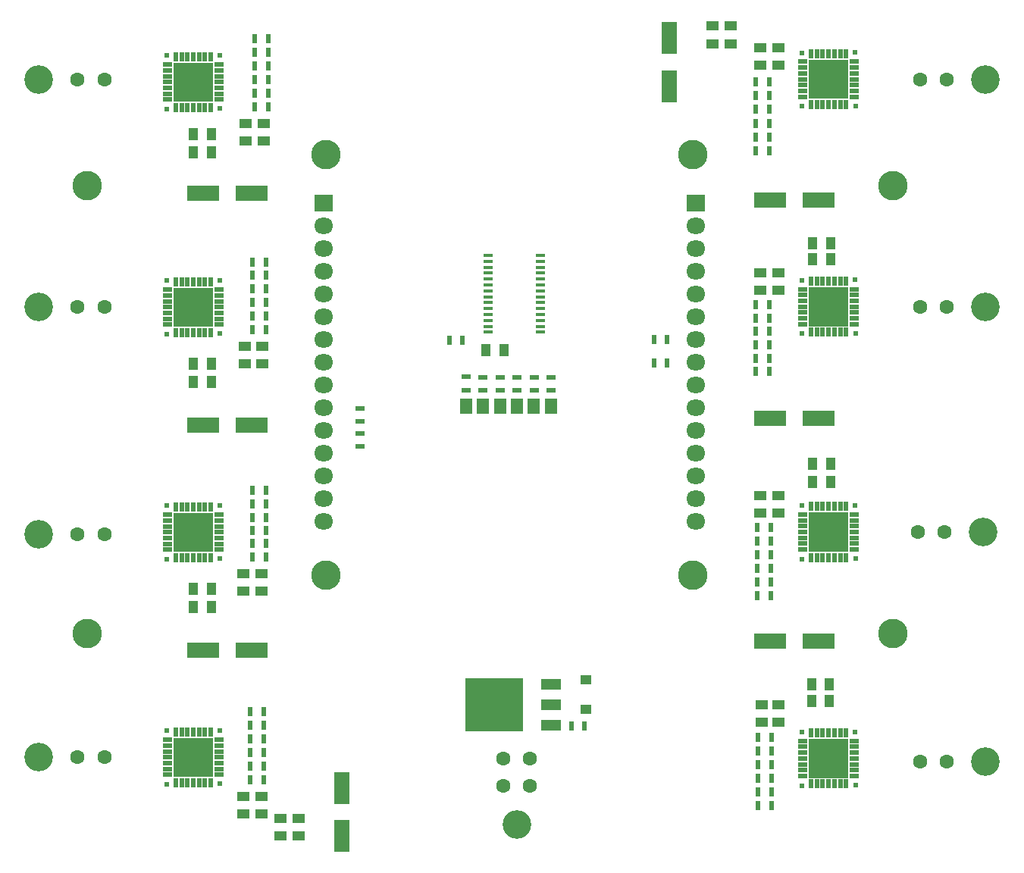
<source format=gts>
%TF.GenerationSoftware,KiCad,Pcbnew,5.1.5+dfsg1-2build2*%
%TF.CreationDate,2021-01-24T18:09:44+01:00*%
%TF.ProjectId,PlacaDrivers,506c6163-6144-4726-9976-6572732e6b69,rev?*%
%TF.SameCoordinates,Original*%
%TF.FileFunction,Soldermask,Top*%
%TF.FilePolarity,Negative*%
%FSLAX46Y46*%
G04 Gerber Fmt 4.6, Leading zero omitted, Abs format (unit mm)*
G04 Created by KiCad (PCBNEW 5.1.5+dfsg1-2build2) date 2021-01-24 18:09:44*
%MOMM*%
%LPD*%
G04 APERTURE LIST*
%ADD10C,3.300000*%
%ADD11R,1.350000X1.100000*%
%ADD12R,1.700000X3.600000*%
%ADD13R,1.100000X1.350000*%
%ADD14R,3.600000X1.700000*%
%ADD15R,1.473200X0.838200*%
%ADD16C,1.600000*%
%ADD17C,3.200000*%
%ADD18R,1.000000X0.600000*%
%ADD19R,0.600000X1.000000*%
%ADD20R,1.000760X0.452120*%
%ADD21R,0.600000X0.600000*%
%ADD22R,1.162500X1.162500*%
%ADD23R,0.470000X1.100000*%
%ADD24R,1.100000X0.470000*%
%ADD25R,2.132000X1.827200*%
%ADD26O,2.132000X1.827200*%
%ADD27R,1.300000X1.000000*%
%ADD28R,2.300000X1.300000*%
%ADD29R,6.500000X5.900000*%
G04 APERTURE END LIST*
D10*
X172500000Y-105750000D03*
X131500000Y-58750000D03*
X172500000Y-58750000D03*
X131500000Y-105750000D03*
X194800400Y-112230000D03*
X104800400Y-112230000D03*
X194800400Y-62230000D03*
X104800400Y-62230000D03*
D11*
X128473200Y-132870700D03*
X128473200Y-134870700D03*
X176758600Y-44380400D03*
X176758600Y-46380400D03*
D12*
X133248400Y-134881600D03*
X133248400Y-129481600D03*
X169900599Y-51112400D03*
X169900599Y-45712400D03*
D11*
X126441200Y-134870700D03*
X126441200Y-132870700D03*
X174726600Y-46364400D03*
X174726600Y-44364400D03*
X122288300Y-132419600D03*
X122288300Y-130419600D03*
X182067200Y-46777400D03*
X182067200Y-48777400D03*
X124320300Y-132419600D03*
X124320300Y-130419600D03*
X180035200Y-48777400D03*
X180035200Y-46777400D03*
D13*
X185893200Y-70383399D03*
X187893200Y-70383399D03*
X116716300Y-109321600D03*
X118716300Y-109321600D03*
X151368000Y-80543400D03*
X149368000Y-80543400D03*
D14*
X186545200Y-63779400D03*
X181145200Y-63779400D03*
X123210300Y-114147600D03*
X117810300Y-114147600D03*
D13*
X187893199Y-68605400D03*
X185893199Y-68605400D03*
X118716300Y-107289600D03*
X116716300Y-107289600D03*
D11*
X182067200Y-73923400D03*
X182067200Y-71923400D03*
X122288300Y-107527600D03*
X122288300Y-105527600D03*
X180035200Y-71923400D03*
X180035200Y-73923400D03*
X124320300Y-105527600D03*
X124320300Y-107527600D03*
D13*
X116716300Y-82143600D03*
X118716300Y-82143600D03*
X185893200Y-95275400D03*
X187893200Y-95275400D03*
D14*
X117810300Y-89001600D03*
X123210300Y-89001600D03*
X186545200Y-88163400D03*
X181145200Y-88163400D03*
D13*
X118716300Y-84175600D03*
X116716300Y-84175600D03*
X187893200Y-93243400D03*
X185893200Y-93243400D03*
D11*
X122415300Y-82127600D03*
X122415300Y-80127600D03*
X182067200Y-96815400D03*
X182067200Y-98815400D03*
X124383800Y-82127600D03*
X124383800Y-80127600D03*
X180035200Y-98815400D03*
X180035200Y-96815400D03*
D13*
X118716300Y-56489600D03*
X116716300Y-56489600D03*
X187766200Y-117881400D03*
X185766200Y-117881400D03*
D14*
X123210300Y-63093600D03*
X117810300Y-63093600D03*
X181145200Y-113055400D03*
X186545200Y-113055400D03*
D13*
X116716300Y-58521600D03*
X118716300Y-58521600D03*
X185766200Y-119786400D03*
X187766200Y-119786400D03*
D11*
X122542300Y-57235599D03*
X122542300Y-55235599D03*
X182092600Y-122183400D03*
X182092600Y-120183400D03*
X124574300Y-55235600D03*
X124574300Y-57235600D03*
X180162200Y-120183400D03*
X180162200Y-122183400D03*
D15*
X147167600Y-86461600D03*
X147167600Y-87274400D03*
X149062440Y-87274400D03*
X149062440Y-86461600D03*
X150957280Y-86461600D03*
X150957280Y-87274400D03*
X152852120Y-87274400D03*
X152852120Y-86461600D03*
X154746960Y-86461600D03*
X154746960Y-87274400D03*
X156641800Y-87274400D03*
X156641800Y-86461600D03*
D16*
X106746300Y-126085600D03*
X103746300Y-126085600D03*
D17*
X99426300Y-126085600D03*
D16*
X197863200Y-50317400D03*
X200863200Y-50317400D03*
D17*
X205183200Y-50317400D03*
X205183200Y-75734333D03*
D16*
X200863200Y-75734333D03*
X197863200Y-75734333D03*
X106746300Y-101193600D03*
X103746300Y-101193600D03*
D17*
X99426300Y-101193600D03*
X99426300Y-75793600D03*
D16*
X103746300Y-75793600D03*
X106746300Y-75793600D03*
X197609200Y-100897266D03*
X200609200Y-100897266D03*
D17*
X204929200Y-100897266D03*
D16*
X106746300Y-50393600D03*
X103746300Y-50393600D03*
D17*
X99426300Y-50393600D03*
X205183200Y-126517400D03*
D16*
X200863200Y-126517400D03*
X197863200Y-126517400D03*
D18*
X135298424Y-87070836D03*
X135298424Y-88570836D03*
D19*
X123050300Y-125577600D03*
X124550300Y-125577600D03*
X123062301Y-122529600D03*
X124562301Y-122529600D03*
D18*
X135298425Y-91364836D03*
X135298425Y-89864836D03*
D19*
X181039200Y-53680360D03*
X179539200Y-53680360D03*
X181039200Y-56789320D03*
X179539200Y-56789320D03*
X124562301Y-127101600D03*
X123062301Y-127101600D03*
X124562300Y-124053600D03*
X123062300Y-124053600D03*
X124562300Y-121005600D03*
X123062300Y-121005600D03*
X179539200Y-55234840D03*
X181039200Y-55234840D03*
X179539200Y-58343800D03*
X181039200Y-58343800D03*
X124562300Y-128625600D03*
X123062300Y-128625600D03*
X181039200Y-50571400D03*
X179539200Y-50571400D03*
D18*
X156667199Y-83603400D03*
X156667199Y-85103400D03*
X154767280Y-85103400D03*
X154767280Y-83603400D03*
X152867360Y-85103400D03*
X152867360Y-83603400D03*
X150967439Y-83603400D03*
X150967439Y-85103400D03*
X149067520Y-85103400D03*
X149067520Y-83603400D03*
X147167600Y-83578000D03*
X147167600Y-85078000D03*
D19*
X181051200Y-78486000D03*
X179551200Y-78486000D03*
X181051200Y-81483200D03*
X179551200Y-81483200D03*
X124816300Y-100749100D03*
X123316300Y-100749100D03*
X123304300Y-97764600D03*
X124804300Y-97764600D03*
X181051200Y-76987400D03*
X179551200Y-76987400D03*
X123316300Y-102209600D03*
X124816300Y-102209600D03*
X179551200Y-79984600D03*
X181051200Y-79984600D03*
X179551200Y-82981800D03*
X181051200Y-82981800D03*
X123316300Y-99288600D03*
X124816300Y-99288600D03*
X124828300Y-96240600D03*
X123328300Y-96240600D03*
X146774600Y-79476600D03*
X145274600Y-79476600D03*
X181051200Y-75488800D03*
X179551200Y-75488800D03*
X123316300Y-103733600D03*
X124816300Y-103733600D03*
X169634600Y-79375000D03*
X168134600Y-79375000D03*
X123316300Y-75285600D03*
X124816300Y-75285600D03*
X123316300Y-72237600D03*
X124816300Y-72237600D03*
X179666200Y-103428800D03*
X181166200Y-103428800D03*
X179666200Y-106527600D03*
X181166200Y-106527600D03*
X123316300Y-76809600D03*
X124816300Y-76809600D03*
X179666200Y-101879400D03*
X181166200Y-101879400D03*
X168134600Y-82042000D03*
X169634600Y-82042000D03*
X124816300Y-73761600D03*
X123316300Y-73761600D03*
X124816300Y-70777100D03*
X123316300Y-70777100D03*
X181166200Y-104978200D03*
X179666200Y-104978200D03*
X181166200Y-108000800D03*
X179666200Y-108000800D03*
X124816300Y-78333600D03*
X123316300Y-78333600D03*
X179666200Y-100355400D03*
X181166200Y-100355400D03*
X123570300Y-50393600D03*
X125070300Y-50393600D03*
X125070300Y-47345600D03*
X123570300Y-47345600D03*
X179793200Y-128422400D03*
X181293200Y-128422400D03*
X179793200Y-129921000D03*
X181293200Y-129921000D03*
X125070300Y-51917600D03*
X123570300Y-51917600D03*
X179793200Y-125374400D03*
X181293200Y-125374400D03*
X125070300Y-48869600D03*
X123570300Y-48869600D03*
X123582300Y-45821600D03*
X125082300Y-45821600D03*
X181293200Y-126898400D03*
X179793200Y-126898400D03*
X181293200Y-131470400D03*
X179793200Y-131470400D03*
X123570299Y-53441600D03*
X125070299Y-53441600D03*
X181282679Y-123860920D03*
X179782679Y-123860920D03*
D20*
X155448000Y-78587600D03*
X155448000Y-77927200D03*
X155448000Y-77266800D03*
X155448000Y-76606400D03*
X155448000Y-75946000D03*
X155448000Y-75285600D03*
X155448000Y-74625200D03*
X155453080Y-73964800D03*
X155448000Y-73304400D03*
X155448000Y-72644000D03*
X155448000Y-71983600D03*
X155448000Y-71323200D03*
X155448000Y-70662800D03*
X155448000Y-70002400D03*
X149606000Y-70002400D03*
X149606000Y-70662800D03*
X149606000Y-71323200D03*
X149606000Y-71983600D03*
X149606000Y-72644000D03*
X149606000Y-73304400D03*
X149600920Y-73964800D03*
X149606000Y-74625200D03*
X149606000Y-75285600D03*
X149606000Y-75946000D03*
X149606000Y-76606400D03*
X149606000Y-77266800D03*
X149606000Y-77927200D03*
X149606000Y-78587600D03*
D19*
X179539200Y-52125880D03*
X181039200Y-52125880D03*
D21*
X190655200Y-53307400D03*
X190625200Y-47327400D03*
X184695200Y-53337400D03*
X184675200Y-47377400D03*
D22*
X186061450Y-48723650D03*
X186061450Y-49786150D03*
X186061450Y-50848650D03*
X186061450Y-51911150D03*
X187123950Y-48723650D03*
X187123950Y-49786150D03*
X187123950Y-50848650D03*
X187123950Y-51911150D03*
X188186450Y-48723650D03*
X188186450Y-49786150D03*
X188186450Y-50848650D03*
X188186450Y-51911150D03*
X189248950Y-48723650D03*
X189248950Y-49786150D03*
X189248950Y-50848650D03*
X189248950Y-51911150D03*
D23*
X185705200Y-47467400D03*
X186355200Y-47467400D03*
X187005200Y-47467400D03*
X187655200Y-47467400D03*
X188305200Y-47467400D03*
X188955200Y-47467400D03*
X189605200Y-47467400D03*
D24*
X190505200Y-48367400D03*
X190505200Y-49017400D03*
X190505200Y-49667400D03*
X190505200Y-50317400D03*
X190505200Y-50967400D03*
X190505200Y-51617400D03*
X190505200Y-52267400D03*
D23*
X189605200Y-53167400D03*
X188955200Y-53167400D03*
X188305200Y-53167400D03*
X187655200Y-53167400D03*
X187005200Y-53167400D03*
X186355200Y-53167400D03*
X185705200Y-53167400D03*
D24*
X184805200Y-52267400D03*
X184805200Y-51617400D03*
X184805200Y-50967400D03*
X184805200Y-50317400D03*
X184805200Y-49667400D03*
X184805200Y-49017400D03*
X184805200Y-48367400D03*
X184805200Y-73784333D03*
X184805200Y-74434333D03*
X184805200Y-75084333D03*
X184805200Y-75734333D03*
X184805200Y-76384333D03*
X184805200Y-77034333D03*
X184805200Y-77684333D03*
D23*
X185705200Y-78584333D03*
X186355200Y-78584333D03*
X187005200Y-78584333D03*
X187655200Y-78584333D03*
X188305200Y-78584333D03*
X188955200Y-78584333D03*
X189605200Y-78584333D03*
D24*
X190505200Y-77684333D03*
X190505200Y-77034333D03*
X190505200Y-76384333D03*
X190505200Y-75734333D03*
X190505200Y-75084333D03*
X190505200Y-74434333D03*
X190505200Y-73784333D03*
D23*
X189605200Y-72884333D03*
X188955200Y-72884333D03*
X188305200Y-72884333D03*
X187655200Y-72884333D03*
X187005200Y-72884333D03*
X186355200Y-72884333D03*
X185705200Y-72884333D03*
D22*
X189248950Y-77328083D03*
X189248950Y-76265583D03*
X189248950Y-75203083D03*
X189248950Y-74140583D03*
X188186450Y-77328083D03*
X188186450Y-76265583D03*
X188186450Y-75203083D03*
X188186450Y-74140583D03*
X187123950Y-77328083D03*
X187123950Y-76265583D03*
X187123950Y-75203083D03*
X187123950Y-74140583D03*
X186061450Y-77328083D03*
X186061450Y-76265583D03*
X186061450Y-75203083D03*
X186061450Y-74140583D03*
D21*
X184675200Y-72794333D03*
X184695200Y-78754333D03*
X190625200Y-72744333D03*
X190655200Y-78724333D03*
D24*
X184805200Y-98947266D03*
X184805200Y-99597266D03*
X184805200Y-100247266D03*
X184805200Y-100897266D03*
X184805200Y-101547266D03*
X184805200Y-102197266D03*
X184805200Y-102847266D03*
D23*
X185705200Y-103747266D03*
X186355200Y-103747266D03*
X187005200Y-103747266D03*
X187655200Y-103747266D03*
X188305200Y-103747266D03*
X188955200Y-103747266D03*
X189605200Y-103747266D03*
D24*
X190505200Y-102847266D03*
X190505200Y-102197266D03*
X190505200Y-101547266D03*
X190505200Y-100897266D03*
X190505200Y-100247266D03*
X190505200Y-99597266D03*
X190505200Y-98947266D03*
D23*
X189605200Y-98047266D03*
X188955200Y-98047266D03*
X188305200Y-98047266D03*
X187655200Y-98047266D03*
X187005200Y-98047266D03*
X186355200Y-98047266D03*
X185705200Y-98047266D03*
D22*
X189248950Y-102491016D03*
X189248950Y-101428516D03*
X189248950Y-100366016D03*
X189248950Y-99303516D03*
X188186450Y-102491016D03*
X188186450Y-101428516D03*
X188186450Y-100366016D03*
X188186450Y-99303516D03*
X187123950Y-102491016D03*
X187123950Y-101428516D03*
X187123950Y-100366016D03*
X187123950Y-99303516D03*
X186061450Y-102491016D03*
X186061450Y-101428516D03*
X186061450Y-100366016D03*
X186061450Y-99303516D03*
D21*
X184675200Y-97957266D03*
X184695200Y-103917266D03*
X190625200Y-97907266D03*
X190655200Y-103887266D03*
X190655200Y-129195400D03*
X190625200Y-123215400D03*
X184695200Y-129225400D03*
X184675200Y-123265400D03*
D22*
X186061450Y-124611650D03*
X186061450Y-125674150D03*
X186061450Y-126736650D03*
X186061450Y-127799150D03*
X187123950Y-124611650D03*
X187123950Y-125674150D03*
X187123950Y-126736650D03*
X187123950Y-127799150D03*
X188186450Y-124611650D03*
X188186450Y-125674150D03*
X188186450Y-126736650D03*
X188186450Y-127799150D03*
X189248950Y-124611650D03*
X189248950Y-125674150D03*
X189248950Y-126736650D03*
X189248950Y-127799150D03*
D23*
X185705200Y-123355400D03*
X186355200Y-123355400D03*
X187005200Y-123355400D03*
X187655200Y-123355400D03*
X188305200Y-123355400D03*
X188955200Y-123355400D03*
X189605200Y-123355400D03*
D24*
X190505200Y-124255400D03*
X190505200Y-124905400D03*
X190505200Y-125555400D03*
X190505200Y-126205400D03*
X190505200Y-126855400D03*
X190505200Y-127505400D03*
X190505200Y-128155400D03*
D23*
X189605200Y-129055400D03*
X188955200Y-129055400D03*
X188305200Y-129055400D03*
X187655200Y-129055400D03*
X187005200Y-129055400D03*
X186355200Y-129055400D03*
X185705200Y-129055400D03*
D24*
X184805200Y-128155400D03*
X184805200Y-127505400D03*
X184805200Y-126855400D03*
X184805200Y-126205400D03*
X184805200Y-125555400D03*
X184805200Y-124905400D03*
X184805200Y-124255400D03*
D21*
X113700300Y-123095600D03*
X113730300Y-129075600D03*
X119660300Y-123065600D03*
X119680300Y-129025600D03*
D22*
X118294050Y-127679350D03*
X118294050Y-126616850D03*
X118294050Y-125554350D03*
X118294050Y-124491850D03*
X117231550Y-127679350D03*
X117231550Y-126616850D03*
X117231550Y-125554350D03*
X117231550Y-124491850D03*
X116169050Y-127679350D03*
X116169050Y-126616850D03*
X116169050Y-125554350D03*
X116169050Y-124491850D03*
X115106550Y-127679350D03*
X115106550Y-126616850D03*
X115106550Y-125554350D03*
X115106550Y-124491850D03*
D23*
X118650300Y-128935600D03*
X118000300Y-128935600D03*
X117350300Y-128935600D03*
X116700300Y-128935600D03*
X116050300Y-128935600D03*
X115400300Y-128935600D03*
X114750300Y-128935600D03*
D24*
X113850300Y-128035600D03*
X113850300Y-127385600D03*
X113850300Y-126735600D03*
X113850300Y-126085600D03*
X113850300Y-125435600D03*
X113850300Y-124785600D03*
X113850300Y-124135600D03*
D23*
X114750300Y-123235600D03*
X115400300Y-123235600D03*
X116050300Y-123235600D03*
X116700300Y-123235600D03*
X117350300Y-123235600D03*
X118000300Y-123235600D03*
X118650300Y-123235600D03*
D24*
X119550300Y-124135600D03*
X119550300Y-124785600D03*
X119550300Y-125435600D03*
X119550300Y-126085600D03*
X119550300Y-126735600D03*
X119550300Y-127385600D03*
X119550300Y-128035600D03*
D21*
X113700300Y-97949600D03*
X113730300Y-103929600D03*
X119660300Y-97919600D03*
X119680300Y-103879600D03*
D22*
X118294050Y-102533350D03*
X118294050Y-101470850D03*
X118294050Y-100408350D03*
X118294050Y-99345850D03*
X117231550Y-102533350D03*
X117231550Y-101470850D03*
X117231550Y-100408350D03*
X117231550Y-99345850D03*
X116169050Y-102533350D03*
X116169050Y-101470850D03*
X116169050Y-100408350D03*
X116169050Y-99345850D03*
X115106550Y-102533350D03*
X115106550Y-101470850D03*
X115106550Y-100408350D03*
X115106550Y-99345850D03*
D23*
X118650300Y-103789600D03*
X118000300Y-103789600D03*
X117350300Y-103789600D03*
X116700300Y-103789600D03*
X116050300Y-103789600D03*
X115400300Y-103789600D03*
X114750300Y-103789600D03*
D24*
X113850300Y-102889600D03*
X113850300Y-102239600D03*
X113850300Y-101589600D03*
X113850300Y-100939600D03*
X113850300Y-100289600D03*
X113850300Y-99639600D03*
X113850300Y-98989600D03*
D23*
X114750300Y-98089600D03*
X115400300Y-98089600D03*
X116050300Y-98089600D03*
X116700300Y-98089600D03*
X117350300Y-98089600D03*
X118000300Y-98089600D03*
X118650300Y-98089600D03*
D24*
X119550300Y-98989600D03*
X119550300Y-99639600D03*
X119550300Y-100289600D03*
X119550300Y-100939600D03*
X119550300Y-101589600D03*
X119550300Y-102239600D03*
X119550300Y-102889600D03*
D21*
X113700300Y-72803600D03*
X113730300Y-78783600D03*
X119660300Y-72773600D03*
X119680300Y-78733600D03*
D22*
X118294050Y-77387350D03*
X118294050Y-76324850D03*
X118294050Y-75262350D03*
X118294050Y-74199850D03*
X117231550Y-77387350D03*
X117231550Y-76324850D03*
X117231550Y-75262350D03*
X117231550Y-74199850D03*
X116169050Y-77387350D03*
X116169050Y-76324850D03*
X116169050Y-75262350D03*
X116169050Y-74199850D03*
X115106550Y-77387350D03*
X115106550Y-76324850D03*
X115106550Y-75262350D03*
X115106550Y-74199850D03*
D23*
X118650300Y-78643600D03*
X118000300Y-78643600D03*
X117350300Y-78643600D03*
X116700300Y-78643600D03*
X116050300Y-78643600D03*
X115400300Y-78643600D03*
X114750300Y-78643600D03*
D24*
X113850300Y-77743600D03*
X113850300Y-77093600D03*
X113850300Y-76443600D03*
X113850300Y-75793600D03*
X113850300Y-75143600D03*
X113850300Y-74493600D03*
X113850300Y-73843600D03*
D23*
X114750300Y-72943600D03*
X115400300Y-72943600D03*
X116050300Y-72943600D03*
X116700300Y-72943600D03*
X117350300Y-72943600D03*
X118000300Y-72943600D03*
X118650300Y-72943600D03*
D24*
X119550300Y-73843600D03*
X119550300Y-74493600D03*
X119550300Y-75143600D03*
X119550300Y-75793600D03*
X119550300Y-76443600D03*
X119550300Y-77093600D03*
X119550300Y-77743600D03*
X119550300Y-52597600D03*
X119550300Y-51947600D03*
X119550300Y-51297600D03*
X119550300Y-50647600D03*
X119550300Y-49997600D03*
X119550300Y-49347600D03*
X119550300Y-48697600D03*
D23*
X118650300Y-47797600D03*
X118000300Y-47797600D03*
X117350300Y-47797600D03*
X116700300Y-47797600D03*
X116050300Y-47797600D03*
X115400300Y-47797600D03*
X114750300Y-47797600D03*
D24*
X113850300Y-48697600D03*
X113850300Y-49347600D03*
X113850300Y-49997600D03*
X113850300Y-50647600D03*
X113850300Y-51297600D03*
X113850300Y-51947600D03*
X113850300Y-52597600D03*
D23*
X114750300Y-53497600D03*
X115400300Y-53497600D03*
X116050300Y-53497600D03*
X116700300Y-53497600D03*
X117350300Y-53497600D03*
X118000300Y-53497600D03*
X118650300Y-53497600D03*
D22*
X115106550Y-49053850D03*
X115106550Y-50116350D03*
X115106550Y-51178850D03*
X115106550Y-52241350D03*
X116169050Y-49053850D03*
X116169050Y-50116350D03*
X116169050Y-51178850D03*
X116169050Y-52241350D03*
X117231550Y-49053850D03*
X117231550Y-50116350D03*
X117231550Y-51178850D03*
X117231550Y-52241350D03*
X118294050Y-49053850D03*
X118294050Y-50116350D03*
X118294050Y-51178850D03*
X118294050Y-52241350D03*
D21*
X119680300Y-53587600D03*
X119660300Y-47627600D03*
X113730300Y-53637600D03*
X113700300Y-47657600D03*
D16*
X154305000Y-126260600D03*
X154305000Y-129260600D03*
X151305000Y-126260600D03*
X151305000Y-129260600D03*
D17*
X152805000Y-133580600D03*
D25*
X131241800Y-64198500D03*
D26*
X131241800Y-66738500D03*
X131241800Y-69278500D03*
X131241800Y-71818500D03*
X131241800Y-74358500D03*
X131241800Y-76898500D03*
X131241800Y-79438500D03*
X131241800Y-81978500D03*
X131241800Y-84518500D03*
X131241800Y-87058500D03*
X131241800Y-89598500D03*
X131241800Y-92138500D03*
X131241800Y-94678500D03*
X131241800Y-97218500D03*
X131241800Y-99758500D03*
X172847000Y-99758500D03*
X172847000Y-97218500D03*
X172847000Y-94678500D03*
X172847000Y-92138500D03*
X172847000Y-89598500D03*
X172847000Y-87058500D03*
X172847000Y-84518500D03*
X172847000Y-81978500D03*
X172847000Y-79438500D03*
X172847000Y-76898500D03*
X172847000Y-74358500D03*
X172847000Y-71818500D03*
X172847000Y-69278500D03*
X172847000Y-66738500D03*
D25*
X172847000Y-64198500D03*
D27*
X160528000Y-120699800D03*
X160528000Y-117399800D03*
D19*
X160414400Y-122605800D03*
X158914400Y-122605800D03*
D28*
X156625400Y-122472800D03*
X156625400Y-120192800D03*
X156625400Y-117912800D03*
D29*
X150325400Y-120192800D03*
M02*

</source>
